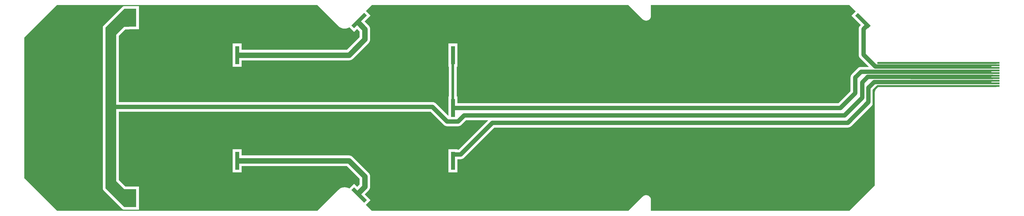
<source format=gtl>
G04 Layer_Physical_Order=1*
G04 Layer_Color=255*
%FSLAX25Y25*%
%MOIN*%
G70*
G01*
G75*
%ADD10R,0.10630X0.02795*%
G04:AMPARAMS|DCode=11|XSize=275.59mil|YSize=59.06mil|CornerRadius=0mil|HoleSize=0mil|Usage=FLASHONLY|Rotation=315.000|XOffset=0mil|YOffset=0mil|HoleType=Round|Shape=Rectangle|*
%AMROTATEDRECTD11*
4,1,4,-0.11832,0.07656,-0.07656,0.11832,0.11832,-0.07656,0.07656,-0.11832,-0.11832,0.07656,0.0*
%
%ADD11ROTATEDRECTD11*%

%ADD12R,0.05906X0.27559*%
G04:AMPARAMS|DCode=13|XSize=275.59mil|YSize=59.06mil|CornerRadius=0mil|HoleSize=0mil|Usage=FLASHONLY|Rotation=225.000|XOffset=0mil|YOffset=0mil|HoleType=Round|Shape=Rectangle|*
%AMROTATEDRECTD13*
4,1,4,0.07656,0.11832,0.11832,0.07656,-0.07656,-0.11832,-0.11832,-0.07656,0.07656,0.11832,0.0*
%
%ADD13ROTATEDRECTD13*%

%ADD14R,0.11811X0.27559*%
%ADD15C,0.02953*%
%ADD16C,0.06693*%
%ADD17C,0.03937*%
%ADD18C,0.08268*%
G36*
X1480866Y210951D02*
X1480513Y210597D01*
X1478786Y210597D01*
X1478701Y210512D01*
X1478701Y210132D01*
X1478701Y209485D01*
X1478770Y209416D01*
X1480866D01*
Y206660D01*
X1355472D01*
Y213353D01*
X1480866D01*
Y210951D01*
D02*
G37*
G36*
Y203077D02*
X1480513Y202723D01*
X1478786Y202723D01*
X1478701Y202638D01*
X1478701Y202258D01*
X1478701Y201611D01*
X1478770Y201542D01*
X1480866D01*
Y198786D01*
X1355472D01*
Y205479D01*
X1480866D01*
Y203077D01*
D02*
G37*
G36*
X165354Y313779D02*
Y286614D01*
X157795D01*
X145669Y274488D01*
X145669Y50709D01*
X157795Y38583D01*
X164998D01*
X165349Y38227D01*
X164961Y11024D01*
X157795D01*
X129095Y39724D01*
X129095Y285472D01*
X157795Y314173D01*
X165191D01*
X165354Y313779D01*
D02*
G37*
G36*
X1272014Y310062D02*
X1265435Y303483D01*
X1279618Y289299D01*
X1278565Y288246D01*
X1277655Y287137D01*
X1276979Y285872D01*
X1276562Y284499D01*
X1276422Y283071D01*
Y243937D01*
X1276562Y242509D01*
X1276978Y241136D01*
X1277655Y239871D01*
X1278565Y238762D01*
X1291633Y225694D01*
X1291442Y225232D01*
X1280079D01*
X1278651Y225092D01*
X1277278Y224675D01*
X1276013Y223999D01*
X1274904Y223089D01*
X1266124Y214309D01*
X1265214Y213200D01*
X1264538Y211935D01*
X1264121Y210562D01*
X1263980Y209134D01*
Y188189D01*
X1245472Y169681D01*
X665354D01*
Y180315D01*
X664162D01*
Y225590D01*
X665354D01*
Y261024D01*
X651575D01*
Y225590D01*
X652294D01*
Y180315D01*
X651575D01*
Y150925D01*
X651113Y150733D01*
X632498Y169348D01*
X631389Y170258D01*
X630124Y170935D01*
X628751Y171351D01*
X627323Y171492D01*
X149994D01*
X149640Y171845D01*
Y272843D01*
X159440Y282643D01*
X165354D01*
X165612Y282677D01*
X180118D01*
Y318110D01*
X165449D01*
X165191Y318144D01*
X157795D01*
X157795Y318144D01*
X156767Y318009D01*
X155810Y317612D01*
X154987Y316981D01*
X126287Y288280D01*
X125655Y287458D01*
X125259Y286500D01*
X125124Y285472D01*
X125124Y39724D01*
X125259Y38697D01*
X125655Y37739D01*
X126286Y36917D01*
X126287Y36917D01*
X154987Y8216D01*
X155810Y7585D01*
X156767Y7188D01*
X157795Y7053D01*
X164961D01*
X165219Y7087D01*
X180118D01*
Y42520D01*
X165270D01*
X165027Y42554D01*
X165012Y42552D01*
X164998Y42554D01*
X159440D01*
X149640Y52354D01*
Y156854D01*
X624291D01*
X644471Y136675D01*
X645580Y135765D01*
X646845Y135089D01*
X648218Y134672D01*
X649646Y134532D01*
X666102D01*
X667530Y134672D01*
X668903Y135089D01*
X670168Y135765D01*
X671278Y136675D01*
X678583Y143981D01*
X711520D01*
X711712Y143519D01*
X667047Y98854D01*
X665354D01*
Y99606D01*
X651575D01*
Y64173D01*
X665354D01*
Y84217D01*
X670079D01*
X671507Y84357D01*
X672880Y84774D01*
X674145Y85450D01*
X675254Y86360D01*
X721535Y132642D01*
X1259882D01*
X1261310Y132783D01*
X1262683Y133199D01*
X1263948Y133875D01*
X1265057Y134785D01*
X1296514Y166242D01*
X1297424Y167351D01*
X1298100Y168617D01*
X1298517Y169990D01*
X1298657Y171417D01*
Y190315D01*
X1303189Y194847D01*
X1304292D01*
X1304646Y194493D01*
Y193668D01*
X1303389Y192198D01*
X1302305Y190427D01*
X1301510Y188510D01*
X1301026Y186491D01*
X1300870Y184517D01*
X1300858Y184421D01*
Y43979D01*
X1262240Y5361D01*
X960004D01*
Y22019D01*
X959962Y22340D01*
X959853Y23447D01*
X959437Y24820D01*
X958760Y26085D01*
X957850Y27194D01*
X956741Y28105D01*
X955476Y28781D01*
X954103Y29197D01*
X952675Y29338D01*
X951247Y29197D01*
X949874Y28781D01*
X948609Y28105D01*
X947749Y27399D01*
X947493Y27202D01*
X925651Y5361D01*
X535013D01*
X525727Y14648D01*
X532793Y21714D01*
X523973Y30535D01*
X529908Y36470D01*
X530916Y37699D01*
X531666Y39101D01*
X532127Y40623D01*
X532283Y42205D01*
Y57835D01*
X532127Y59417D01*
X531666Y60938D01*
X530916Y62340D01*
X529908Y63569D01*
X505853Y87624D01*
X504624Y88633D01*
X503222Y89382D01*
X501700Y89844D01*
X500118Y90000D01*
X336614D01*
Y99606D01*
X322835D01*
Y64173D01*
X336614D01*
Y73780D01*
X496759D01*
X516063Y54475D01*
Y45564D01*
X512503Y42004D01*
X507738Y46769D01*
X500397Y39429D01*
X499429Y40022D01*
X497511Y40817D01*
X495493Y41301D01*
X493423Y41464D01*
X491353Y41301D01*
X489335Y40817D01*
X487417Y40022D01*
X485647Y38938D01*
X484141Y37652D01*
X484064Y37593D01*
X451832Y5361D01*
X55427D01*
X5673Y55114D01*
Y270083D01*
X55427Y319836D01*
X451832D01*
X484064Y287604D01*
X484141Y287545D01*
X485647Y286259D01*
X487417Y285175D01*
X489335Y284380D01*
X491353Y283896D01*
X493423Y283733D01*
X495493Y283896D01*
X497511Y284380D01*
X499429Y285175D01*
X500544Y285858D01*
X507738Y278664D01*
X512385Y283311D01*
X516063Y279633D01*
Y270721D01*
X496759Y251417D01*
X336614D01*
Y261024D01*
X322835D01*
Y225590D01*
X336614D01*
Y235197D01*
X500118D01*
X501700Y235353D01*
X503222Y235814D01*
X504624Y236564D01*
X505853Y237573D01*
X529908Y261628D01*
X530916Y262857D01*
X531666Y264259D01*
X532127Y265780D01*
X532283Y267362D01*
Y282992D01*
X532127Y284574D01*
X531666Y286096D01*
X530916Y287498D01*
X529908Y288727D01*
X523854Y294780D01*
X532793Y303719D01*
X525844Y310667D01*
X535013Y319836D01*
X925651D01*
X947493Y297995D01*
X947749Y297798D01*
X948609Y297093D01*
X949874Y296416D01*
X951247Y296000D01*
X952675Y295859D01*
X954103Y296000D01*
X955476Y296416D01*
X956741Y297093D01*
X957850Y298003D01*
X958760Y299112D01*
X959437Y300377D01*
X959853Y301750D01*
X959962Y302857D01*
X960004Y303178D01*
Y319836D01*
X1262240D01*
X1272014Y310062D01*
D02*
G37*
G36*
X1480866Y226699D02*
X1480513Y226345D01*
X1478786Y226345D01*
X1478701Y226260D01*
X1478701Y225880D01*
X1478701Y225233D01*
X1478770Y225164D01*
X1480866D01*
Y222408D01*
X1355472D01*
Y229101D01*
X1480866D01*
Y226699D01*
D02*
G37*
G36*
Y218825D02*
X1480513Y218471D01*
X1478786Y218471D01*
X1478701Y218386D01*
X1478701Y218006D01*
X1478701Y217359D01*
X1478770Y217290D01*
X1480866D01*
Y214534D01*
X1355472D01*
Y221227D01*
X1480866D01*
Y218825D01*
D02*
G37*
D10*
X1485669Y211968D02*
D03*
Y215905D02*
D03*
Y204095D02*
D03*
Y208032D02*
D03*
Y196221D02*
D03*
Y200157D02*
D03*
Y223780D02*
D03*
Y219843D02*
D03*
Y231653D02*
D03*
Y227716D02*
D03*
D11*
X1282835Y295827D02*
D03*
X515394Y29370D02*
D03*
D12*
X658465Y243307D02*
D03*
Y162598D02*
D03*
Y81890D02*
D03*
X329724Y243307D02*
D03*
Y81890D02*
D03*
D13*
X515394Y296063D02*
D03*
D14*
X170276Y300394D02*
D03*
Y24803D02*
D03*
D15*
X1305866Y231653D02*
X1485669D01*
X1305236Y196221D02*
X1485669D01*
X1298898Y189882D02*
X1305236Y196221D01*
X1298898Y165315D02*
Y189882D01*
D16*
X1301929Y225748D02*
X1360748Y225748D01*
X1283740Y243937D02*
X1301929Y225748D01*
X1280079Y217913D02*
X1360394D01*
X1290158Y210000D02*
X1362953D01*
X1300158Y202165D02*
X1359134D01*
X1291339Y193347D02*
X1300158Y202165D01*
X1271299Y209134D02*
X1280079Y217913D01*
X1291339Y171417D02*
Y193347D01*
X1281811Y201654D02*
X1290158Y210000D01*
X1281811Y178307D02*
Y201654D01*
X1271299Y185158D02*
Y209134D01*
X1283740Y243937D02*
Y283071D01*
X1259882Y139961D02*
X1291339Y171417D01*
X1254803Y151299D02*
X1281811Y178307D01*
X1248504Y162362D02*
X1271299Y185158D01*
X1283740Y283071D02*
X1288661Y287992D01*
X137795Y164173D02*
X627323D01*
X649646Y141850D01*
X666102D01*
X675551Y151299D01*
X659646Y91535D02*
X670079D01*
X718504Y139961D01*
X1259882D01*
X675551Y151299D02*
X1254803D01*
X660079Y162362D02*
X1248504D01*
D17*
X658228Y161653D02*
Y244055D01*
D18*
X332126Y81890D02*
X500118D01*
X524173Y57835D01*
Y42205D02*
Y57835D01*
X515059Y33090D02*
X524173Y42205D01*
X515059Y32736D02*
Y33090D01*
Y292106D02*
X524173Y282992D01*
Y267362D02*
Y282992D01*
X500118Y243307D02*
X524173Y267362D01*
X332126Y243307D02*
X500118D01*
M02*

</source>
